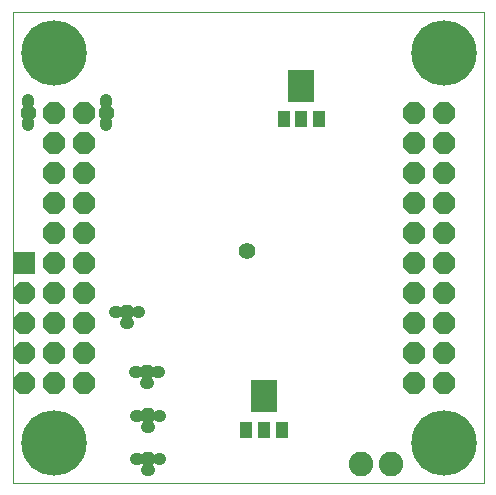
<source format=gbr>
G75*
%MOIN*%
%OFA0B0*%
%FSLAX24Y24*%
%IPPOS*%
%LPD*%
%AMOC8*
5,1,8,0,0,1.08239X$1,22.5*
%
%ADD10C,0.0010*%
%ADD11R,0.0740X0.0740*%
%ADD12OC8,0.0740*%
%ADD13C,0.2180*%
%ADD14C,0.0820*%
%ADD15R,0.0395X0.0552*%
%ADD16R,0.0867X0.1064*%
%ADD17R,0.0394X0.0551*%
%ADD18C,0.0395*%
%ADD19C,0.0197*%
%ADD20C,0.0560*%
D10*
X000280Y001140D02*
X000280Y016840D01*
X015980Y016840D01*
X015980Y001140D01*
X000280Y001140D01*
D11*
X000630Y008490D03*
D12*
X000630Y007490D03*
X000630Y006490D03*
X000630Y005490D03*
X000630Y004490D03*
X001630Y004490D03*
X001630Y005490D03*
X001630Y006490D03*
X001630Y007490D03*
X001630Y008490D03*
X001630Y009490D03*
X001630Y010490D03*
X001630Y011490D03*
X001630Y012490D03*
X001630Y013490D03*
X002630Y013490D03*
X002630Y012490D03*
X002630Y011490D03*
X002630Y010490D03*
X002630Y009490D03*
X002630Y008490D03*
X002630Y007490D03*
X002630Y006490D03*
X002630Y005490D03*
X002630Y004490D03*
X013630Y004490D03*
X013630Y005490D03*
X013630Y006490D03*
X013630Y007490D03*
X013630Y008490D03*
X013630Y009490D03*
X013630Y010490D03*
X013630Y011490D03*
X013630Y012490D03*
X013630Y013490D03*
X014630Y013490D03*
X014630Y012490D03*
X014630Y011490D03*
X014630Y010490D03*
X014630Y009490D03*
X014630Y008490D03*
X014630Y007490D03*
X014630Y006490D03*
X014630Y005490D03*
X014630Y004490D03*
D13*
X014630Y002490D03*
X014630Y015490D03*
X001630Y015490D03*
X001630Y002490D03*
D14*
X011880Y001790D03*
X012880Y001790D03*
D15*
X009221Y002910D03*
X008039Y002910D03*
X009289Y013260D03*
X010471Y013260D03*
D16*
X009880Y014382D03*
X008630Y004032D03*
D17*
X008630Y002910D03*
X009880Y013260D03*
D18*
X004480Y006840D02*
X004480Y006840D01*
X004420Y006840D01*
X004420Y006840D01*
X004480Y006840D01*
X004050Y006460D02*
X004050Y006460D01*
X004110Y006460D01*
X004110Y006460D01*
X004050Y006460D01*
X003680Y006840D02*
X003680Y006840D01*
X003740Y006840D01*
X003740Y006840D01*
X003680Y006840D01*
X004330Y004840D02*
X004330Y004840D01*
X004390Y004840D01*
X004390Y004840D01*
X004330Y004840D01*
X004700Y004460D02*
X004700Y004460D01*
X004760Y004460D01*
X004760Y004460D01*
X004700Y004460D01*
X005130Y004840D02*
X005130Y004840D01*
X005070Y004840D01*
X005070Y004840D01*
X005130Y004840D01*
X005180Y003390D02*
X005180Y003390D01*
X005120Y003390D01*
X005120Y003390D01*
X005180Y003390D01*
X004750Y003010D02*
X004750Y003010D01*
X004810Y003010D01*
X004810Y003010D01*
X004750Y003010D01*
X004380Y003390D02*
X004380Y003390D01*
X004440Y003390D01*
X004440Y003390D01*
X004380Y003390D01*
X004380Y001940D02*
X004380Y001940D01*
X004440Y001940D01*
X004440Y001940D01*
X004380Y001940D01*
X004750Y001560D02*
X004750Y001560D01*
X004810Y001560D01*
X004810Y001560D01*
X004750Y001560D01*
X005180Y001940D02*
X005180Y001940D01*
X005120Y001940D01*
X005120Y001940D01*
X005180Y001940D01*
X003380Y013081D02*
X003380Y013081D01*
X003380Y013161D01*
X003380Y013161D01*
X003380Y013081D01*
X003380Y013819D02*
X003380Y013819D01*
X003380Y013899D01*
X003380Y013899D01*
X003380Y013819D01*
X000780Y013819D02*
X000780Y013819D01*
X000780Y013899D01*
X000780Y013899D01*
X000780Y013819D01*
X000780Y013081D02*
X000780Y013081D01*
X000780Y013161D01*
X000780Y013161D01*
X000780Y013081D01*
D19*
X000919Y013391D02*
X000641Y013391D01*
X000641Y013589D01*
X000919Y013589D01*
X000919Y013391D01*
X000919Y013587D02*
X000641Y013587D01*
X003241Y013391D02*
X003519Y013391D01*
X003241Y013391D02*
X003241Y013589D01*
X003519Y013589D01*
X003519Y013391D01*
X003519Y013587D02*
X003241Y013587D01*
X004179Y006979D02*
X004179Y006701D01*
X003981Y006701D01*
X003981Y006979D01*
X004179Y006979D01*
X004179Y006897D02*
X003981Y006897D01*
X004829Y004979D02*
X004829Y004701D01*
X004631Y004701D01*
X004631Y004979D01*
X004829Y004979D01*
X004829Y004897D02*
X004631Y004897D01*
X004879Y003529D02*
X004879Y003251D01*
X004681Y003251D01*
X004681Y003529D01*
X004879Y003529D01*
X004879Y003447D02*
X004681Y003447D01*
X004879Y002079D02*
X004879Y001801D01*
X004681Y001801D01*
X004681Y002079D01*
X004879Y002079D01*
X004879Y001997D02*
X004681Y001997D01*
D20*
X008080Y008890D03*
M02*

</source>
